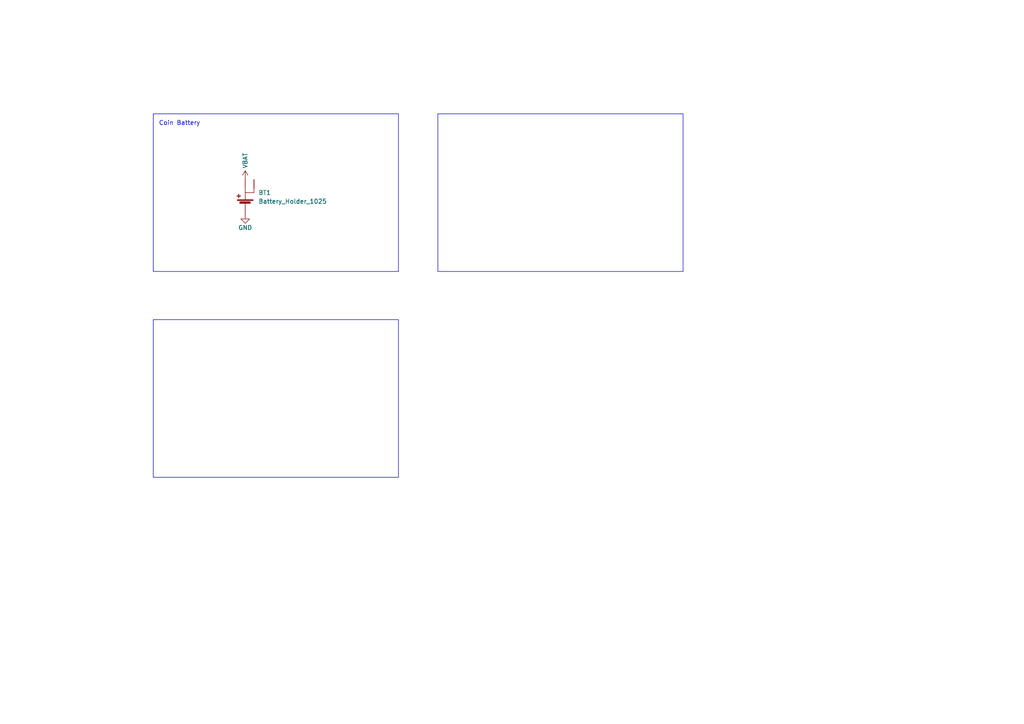
<source format=kicad_sch>
(kicad_sch (version 20250114) (generator "eeschema") (generator_version "9.0")
  (paper "A4")
  (lib_symbols
    (symbol "0CSL_D1_V1:Battery_Holder_1025" (pin_numbers (hide yes)) (pin_names (offset 0) (hide yes))
      (property "Reference" "BT" (at 2.54 2.54 0))
      (property "Value" "Battery_Holder_1025" (at 2.54 0 0))
      (symbol "Battery_Holder_1025_0_1"
        (polyline (pts (xy -2.3876 2.8448) (xy -1.3716 2.8448)) (stroke (width 0.254)))
        (rectangle (start -2.286 1.778) (end 2.286 1.524) (fill (type outline)))
        (polyline (pts (xy -1.8796 3.3528) (xy -1.8796 2.3368)) (stroke (width 0.254)))
        (rectangle (start -1.5748 1.1938) (end 1.4732 0.6858) (fill (type outline)))
        (polyline (pts (xy 0 3.81) (xy 2.54 3.81) (xy 2.54 5.08)))
        (polyline (pts (xy 0 2.54) (xy 0 5.08)))
        (polyline (pts (xy 0 1.778) (xy 0 2.54)))
        (polyline (pts (xy 0 0.762) (xy 0 0)))
      )
      (symbol "Battery_Holder_1025_1_1"
        (pin power_out line (at 0 7.62 270) (length 2.54) (name "+") (number "1"))
        (pin passive line (at 0 -2.54 90) (length 2.54) (name "-") (number "2"))
        (pin power_out line (at 2.54 7.62 270) (length 2.54) (name "+") (number "3"))
      )
    )
    (symbol "power:GND" (power) (pin_numbers (hide yes)) (pin_names (offset 0) (hide yes))
      (property "Value" "GND" (at 0 -3.81 0))
      (symbol "GND_0_1"
        (polyline (pts (xy 0 0) (xy 0 -1.27) (xy 1.27 -1.27) (xy 0 -2.54) (xy -1.27 -1.27) (xy 0 -1.27)))
      )
      (symbol "GND_1_1"
        (pin power_in line (at 0 0 270) (length 0) (name "~") (number "1"))
      )
    )
    (symbol "power:VDD" (power) (pin_numbers (hide yes)) (pin_names (offset 0) (hide yes))
      (property "Value" "VDD" (at 0 3.556 0))
      (symbol "VDD_0_1"
        (polyline (pts (xy -0.762 1.27) (xy 0 2.54)))
        (polyline (pts (xy 0 2.54) (xy 0.762 1.27)))
        (polyline (pts (xy 0 0) (xy 0 2.54)))
      )
      (symbol "VDD_1_1"
        (pin power_in line (at 0 0 90) (length 0) (name "~") (number "1"))
      )
    )
  )
  (rectangle (start 127 33.02) (end 198.12 78.74))
  (rectangle (start 44.45 92.71) (end 115.57 138.43))
  (rectangle (start 44.45 33.02) (end 115.57 78.74))
  (text "Coin Battery" (at 52.07 35.814 0) (effects (font (size 1.27 1.27))))
  (symbol (lib_id "power:GND") (at 71.12 62.23 0) (unit 1)
    (property "Reference" "#PWR056" (effects (hide yes)))
    (property "Value" "GND" (at 71.12 66.04 0))
    (property "Description" "Power symbol creates a global label with name \"GND\" , ground" (effects (hide yes)))
  )
  (symbol (lib_id "power:VDD") (at 71.12 52.07 0) (unit 1)
    (property "Reference" "#PWR055" (effects (hide yes)))
    (property "Value" "VBAT" (at 71.12 48.895 90) (effects (justify left)))
    (property "Description" "Power symbol creates a global label with name \"VDD\"" (effects (hide yes)))
  )
  (symbol (lib_id "0CSL_D1_V1:Battery_Holder_1025") (at 71.12 59.69 0) (unit 1)
    (property "Reference" "BT1" (at 74.93 55.8799 0) (effects (justify left)))
    (property "Value" "Battery_Holder_1025" (at 74.93 58.4199 0) (effects (justify left)))
    (property "Footprint" "0CSL_D1_V1:BatteryHolder_BHX1_1025" (effects (hide yes)))
    (property "Description" "Battery Retainer Coin, 10.0mm 1 Cell SMD (SMT) Tab" (effects (hide yes)))
    (property "Cost" "$1.22" (effects (hide yes)))
    (property "Manufacturer Part Number" "BHX1-1025-SM" (effects (hide yes)))
    (property "Mfg #1" "MPD (Memory Protection Devices)" (effects (hide yes)))
    (property "No Digikey" "BHX1-1025-SM-ND" (effects (hide yes)))
    (property "Projet" "PR4_2022 Andre pour Sandrine Lacroix-Pierre" (effects (hide yes)))
    (property "Projet Prealable" "PR4_2017 sur Pads  Altimètre pour parachutistes" (effects (hide yes)))
    (property "Remarque #1" "Le positionnement est indiqué sur la couche Dwgs.User du \"footprint\"" (effects (hide yes)))
  )
)
</source>
